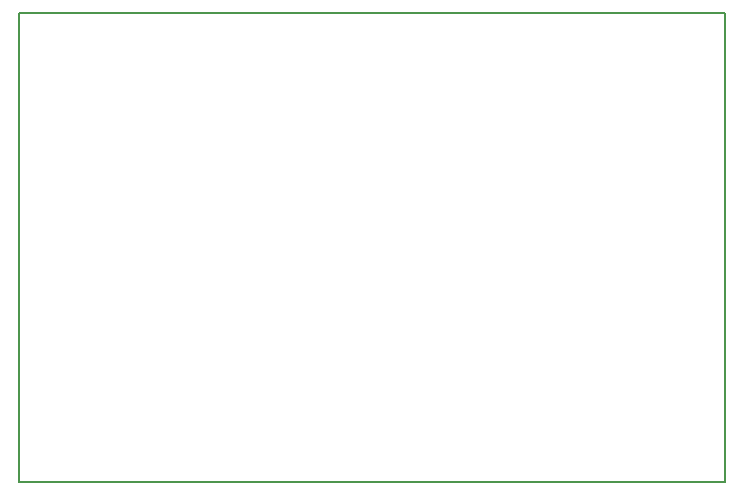
<source format=gm1>
G04 #@! TF.GenerationSoftware,KiCad,Pcbnew,(5.1.5-0-10_14)*
G04 #@! TF.CreationDate,2020-04-27T22:25:58+02:00*
G04 #@! TF.ProjectId,ESP12-Domo,45535031-322d-4446-9f6d-6f2e6b696361,rev?*
G04 #@! TF.SameCoordinates,Original*
G04 #@! TF.FileFunction,Profile,NP*
%FSLAX46Y46*%
G04 Gerber Fmt 4.6, Leading zero omitted, Abs format (unit mm)*
G04 Created by KiCad (PCBNEW (5.1.5-0-10_14)) date 2020-04-27 22:25:58*
%MOMM*%
%LPD*%
G04 APERTURE LIST*
%ADD10C,0.200000*%
G04 APERTURE END LIST*
D10*
X160500000Y-63200000D02*
X160500000Y-102900000D01*
X100700000Y-63200000D02*
X160500000Y-63200000D01*
X100700000Y-102900000D02*
X160500000Y-102900000D01*
X100700000Y-63200000D02*
X100700000Y-102900000D01*
M02*

</source>
